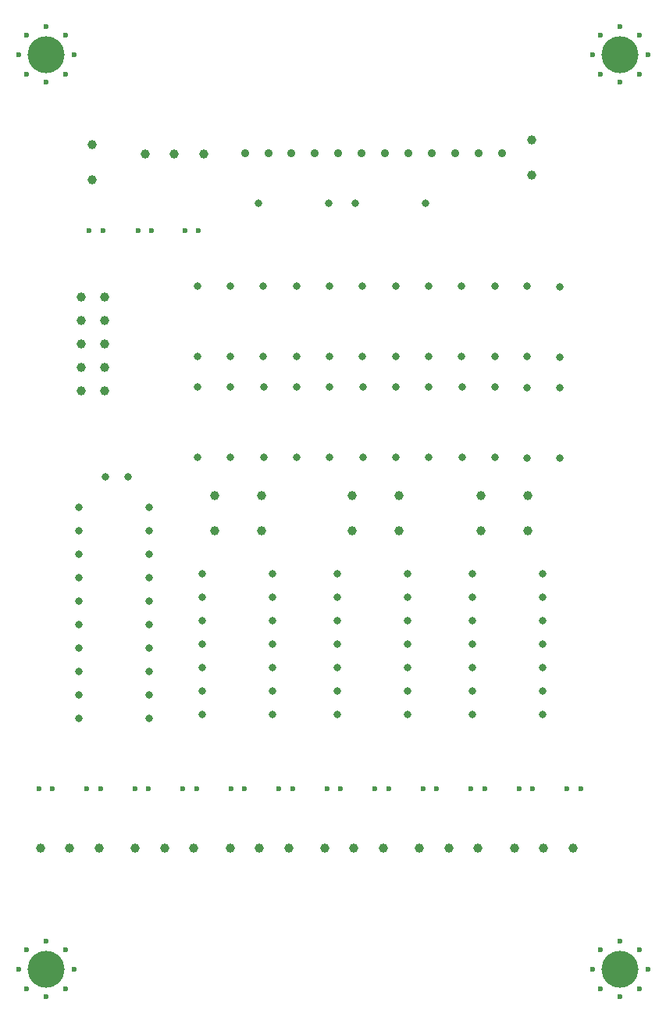
<source format=gbr>
%TF.GenerationSoftware,KiCad,Pcbnew,5.0.2+dfsg1-1*%
%TF.CreationDate,2021-07-07T20:35:57+03:00*%
%TF.ProjectId,audio-switch,61756469-6f2d-4737-9769-7463682e6b69,V1.0*%
%TF.SameCoordinates,Original*%
%TF.FileFunction,Plated,1,2,PTH,Drill*%
%TF.FilePolarity,Positive*%
%FSLAX46Y46*%
G04 Gerber Fmt 4.6, Leading zero omitted, Abs format (unit mm)*
G04 Created by KiCad (PCBNEW 5.0.2+dfsg1-1) date Wed 07 Jul 2021 08:35:57 PM EEST*
%MOMM*%
%LPD*%
G01*
G04 APERTURE LIST*
%TA.AperFunction,ComponentDrill*%
%ADD10C,0.600000*%
%TD*%
%TA.AperFunction,ComponentDrill*%
%ADD11C,0.800000*%
%TD*%
%TA.AperFunction,ComponentDrill*%
%ADD12C,0.900000*%
%TD*%
%TA.AperFunction,ComponentDrill*%
%ADD13C,1.000000*%
%TD*%
%TA.AperFunction,ComponentDrill*%
%ADD14C,1.000760*%
%TD*%
%TA.AperFunction,ComponentDrill*%
%ADD15C,4.000000*%
%TD*%
G04 APERTURE END LIST*
D10*
%TO.C,C8*%
X130627905Y-129032000D03*
X132127905Y-129032000D03*
%TO.C,C3*%
X104584500Y-129032000D03*
X106084500Y-129032000D03*
%TO.C,C10*%
X141045267Y-129032000D03*
X142545267Y-129032000D03*
%TO.C,C6*%
X120210543Y-129032000D03*
X121710543Y-129032000D03*
%TO.C,C12*%
X151462629Y-129032000D03*
X152962629Y-129032000D03*
%TO.C,C7*%
X125419224Y-129032000D03*
X126919224Y-129032000D03*
%TO.C,C11*%
X146253948Y-129032000D03*
X147753948Y-129032000D03*
%TO.C,C13*%
X156671310Y-129032000D03*
X158171310Y-129032000D03*
%TO.C,C1*%
X110025208Y-68580000D03*
X111525208Y-68580000D03*
%TO.C,REF\002A\002A*%
X164640000Y-148590000D03*
X165518680Y-146468680D03*
X165518680Y-150711320D03*
X167640000Y-145590000D03*
X167640000Y-151590000D03*
X169761320Y-146468680D03*
X169761320Y-150711320D03*
X170640000Y-148590000D03*
%TO.C,C4*%
X109793181Y-129032000D03*
X111293181Y-129032000D03*
%TO.C,REF\002A\002A*%
X164640000Y-49530000D03*
X165518680Y-47408680D03*
X165518680Y-51651320D03*
X167640000Y-46530000D03*
X167640000Y-52530000D03*
X169761320Y-47408680D03*
X169761320Y-51651320D03*
X170640000Y-49530000D03*
X102410000Y-148590000D03*
X103288680Y-146468680D03*
X103288680Y-150711320D03*
X105410000Y-145590000D03*
X105410000Y-151590000D03*
X107531320Y-146468680D03*
X107531320Y-150711320D03*
X108410000Y-148590000D03*
%TO.C,C5*%
X115001862Y-129032000D03*
X116501862Y-129032000D03*
%TO.C,C9*%
X135836586Y-129032000D03*
X137336586Y-129032000D03*
%TO.C,REF\002A\002A*%
X102410000Y-49530000D03*
X103288680Y-47408680D03*
X103288680Y-51651320D03*
X105410000Y-46530000D03*
X105410000Y-52530000D03*
X107531320Y-47408680D03*
X107531320Y-51651320D03*
X108410000Y-49530000D03*
%TO.C,C14*%
X161880000Y-129032000D03*
X163380000Y-129032000D03*
%TO.C,C16*%
X115340000Y-68580000D03*
X116840000Y-68580000D03*
%TO.C,C15*%
X120420000Y-68580000D03*
X121920000Y-68580000D03*
D11*
%TO.C,R19*%
X150466776Y-74647983D03*
X150466776Y-82267983D03*
%TO.C,R1*%
X128397000Y-65595500D03*
X136017000Y-65595500D03*
%TO.C,R2*%
X138874500Y-65595500D03*
X146494500Y-65595500D03*
%TO.C,R4*%
X121818400Y-85569983D03*
X121818400Y-93189983D03*
%TO.C,R14*%
X139725400Y-85569983D03*
X139725400Y-93189983D03*
%TO.C,U2*%
X122301000Y-105727500D03*
X122301000Y-108267500D03*
X122301000Y-110807500D03*
X122301000Y-113347500D03*
X122301000Y-115887500D03*
X122301000Y-118427500D03*
X122301000Y-120967500D03*
X129921000Y-105727500D03*
X129921000Y-108267500D03*
X129921000Y-110807500D03*
X129921000Y-113347500D03*
X129921000Y-115887500D03*
X129921000Y-118427500D03*
X129921000Y-120967500D03*
%TO.C,U1*%
X108966000Y-98552000D03*
X108966000Y-101092000D03*
X108966000Y-103632000D03*
X108966000Y-106172000D03*
X108966000Y-108712000D03*
X108966000Y-111252000D03*
X108966000Y-113792000D03*
X108966000Y-116332000D03*
X108966000Y-118872000D03*
X108966000Y-121412000D03*
X116586000Y-98552000D03*
X116586000Y-101092000D03*
X116586000Y-103632000D03*
X116586000Y-106172000D03*
X116586000Y-108712000D03*
X116586000Y-111252000D03*
X116586000Y-113792000D03*
X116586000Y-116332000D03*
X116586000Y-118872000D03*
X116586000Y-121412000D03*
%TO.C,R9*%
X132545666Y-74647983D03*
X132545666Y-82267983D03*
%TO.C,R22*%
X154051000Y-85569983D03*
X154051000Y-93189983D03*
%TO.C,R16*%
X143306800Y-85569983D03*
X143306800Y-93189983D03*
%TO.C,R12*%
X136144000Y-85569983D03*
X136144000Y-93189983D03*
%TO.C,C2*%
X111800000Y-95250000D03*
X114300000Y-95250000D03*
%TO.C,R8*%
X128981200Y-85569983D03*
X128981200Y-93189983D03*
%TO.C,R20*%
X150469600Y-85569983D03*
X150469600Y-93189983D03*
%TO.C,R18*%
X146888200Y-85569983D03*
X146888200Y-93189983D03*
%TO.C,R13*%
X139714110Y-74647983D03*
X139714110Y-82267983D03*
%TO.C,R11*%
X136129888Y-74647983D03*
X136129888Y-82267983D03*
%TO.C,R24*%
X157556200Y-85623400D03*
X157556200Y-93243400D03*
%TO.C,R7*%
X128961444Y-74647983D03*
X128961444Y-82267983D03*
%TO.C,R25*%
X161112200Y-74701400D03*
X161112200Y-82321400D03*
%TO.C,R5*%
X125377222Y-74647983D03*
X125377222Y-82267983D03*
%TO.C,U3*%
X136969500Y-105727500D03*
X136969500Y-108267500D03*
X136969500Y-110807500D03*
X136969500Y-113347500D03*
X136969500Y-115887500D03*
X136969500Y-118427500D03*
X136969500Y-120967500D03*
X144589500Y-105727500D03*
X144589500Y-108267500D03*
X144589500Y-110807500D03*
X144589500Y-113347500D03*
X144589500Y-115887500D03*
X144589500Y-118427500D03*
X144589500Y-120967500D03*
%TO.C,U4*%
X151638000Y-105727500D03*
X151638000Y-108267500D03*
X151638000Y-110807500D03*
X151638000Y-113347500D03*
X151638000Y-115887500D03*
X151638000Y-118427500D03*
X151638000Y-120967500D03*
X159258000Y-105727500D03*
X159258000Y-108267500D03*
X159258000Y-110807500D03*
X159258000Y-113347500D03*
X159258000Y-115887500D03*
X159258000Y-118427500D03*
X159258000Y-120967500D03*
%TO.C,R3*%
X121793000Y-74647983D03*
X121793000Y-82267983D03*
%TO.C,R17*%
X146882554Y-74647983D03*
X146882554Y-82267983D03*
%TO.C,R15*%
X143298332Y-74647983D03*
X143298332Y-82267983D03*
%TO.C,R21*%
X154051000Y-74647983D03*
X154051000Y-82267983D03*
%TO.C,R6*%
X125399800Y-85569983D03*
X125399800Y-93189983D03*
%TO.C,R10*%
X132562600Y-85569983D03*
X132562600Y-93189983D03*
%TO.C,R26*%
X161112200Y-85623400D03*
X161112200Y-93243400D03*
%TO.C,R23*%
X157556200Y-74647983D03*
X157556200Y-82267983D03*
D12*
%TO.C,D4*%
X142150592Y-60195460D03*
X144690592Y-60195460D03*
%TO.C,D6*%
X152293320Y-60195460D03*
X154833320Y-60195460D03*
%TO.C,D5*%
X147221956Y-60195460D03*
X149761956Y-60195460D03*
%TO.C,D2*%
X132007864Y-60195460D03*
X134547864Y-60195460D03*
%TO.C,D1*%
X126936500Y-60195460D03*
X129476500Y-60195460D03*
%TO.C,D3*%
X137079228Y-60195460D03*
X139619228Y-60195460D03*
D13*
%TO.C,D9*%
X138606119Y-97279665D03*
X143686119Y-97279665D03*
%TO.C,J2*%
X109220000Y-75819000D03*
X109220000Y-78359000D03*
X109220000Y-80899000D03*
X109220000Y-83439000D03*
X109220000Y-85979000D03*
X111760000Y-75819000D03*
X111760000Y-78359000D03*
X111760000Y-80899000D03*
X111760000Y-83439000D03*
X111760000Y-85979000D03*
%TO.C,D8*%
X123712160Y-101092000D03*
X128792160Y-101092000D03*
%TO.C,D12*%
X152501600Y-101092000D03*
X157581600Y-101092000D03*
%TO.C,D7*%
X123712160Y-97279665D03*
X128792160Y-97279665D03*
%TO.C,D11*%
X152501600Y-97279665D03*
X157581600Y-97279665D03*
%TO.C,D10*%
X138606119Y-101092000D03*
X143686119Y-101092000D03*
D14*
%TO.C,J9*%
X116112894Y-60339796D03*
X119287894Y-60339796D03*
X122462894Y-60339796D03*
%TO.C,J5*%
X125331000Y-135509000D03*
X128506000Y-135509000D03*
X131681000Y-135509000D03*
%TO.C,J8*%
X156165000Y-135509000D03*
X159340000Y-135509000D03*
X162515000Y-135509000D03*
%TO.C,SW1*%
X158008320Y-58750200D03*
X158008320Y-62560200D03*
%TO.C,J3*%
X104775000Y-135509000D03*
X107950000Y-135509000D03*
X111125000Y-135509000D03*
%TO.C,J7*%
X145887000Y-135509000D03*
X149062000Y-135509000D03*
X152237000Y-135509000D03*
%TO.C,J1*%
X110363000Y-59309000D03*
X110363000Y-63119000D03*
%TO.C,J6*%
X135609000Y-135509000D03*
X138784000Y-135509000D03*
X141959000Y-135509000D03*
%TO.C,J4*%
X115053000Y-135509000D03*
X118228000Y-135509000D03*
X121403000Y-135509000D03*
D15*
%TO.C,REF\002A\002A*%
X167640000Y-148590000D03*
X167640000Y-49530000D03*
X105410000Y-148590000D03*
X105410000Y-49530000D03*
M02*

</source>
